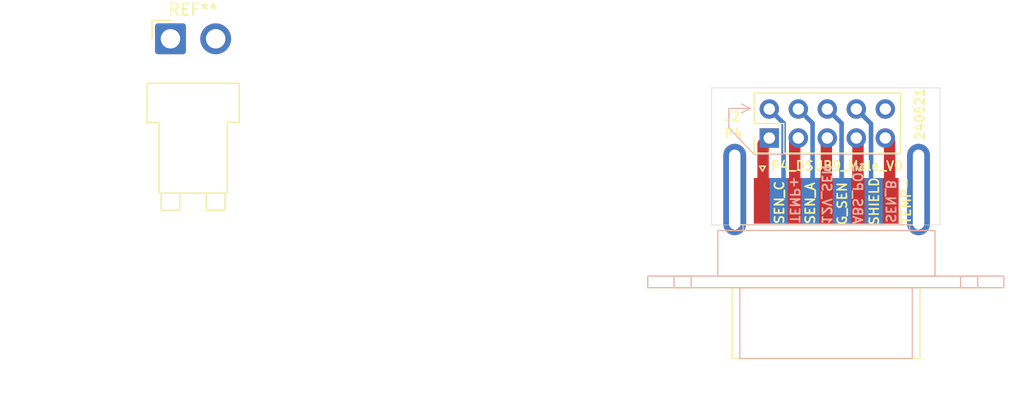
<source format=kicad_pcb>
(kicad_pcb (version 20221018) (generator pcbnew)
  (layers (0 "F.Cu" signal) (31 "B.Cu" signal) (34 "B.Paste" user) (35 "F.Paste" user) (36 "B.SilkS" user "B.Silkscreen") (37 "F.SilkS" user "F.Silkscreen") (38 "B.Mask" user) (39 "F.Mask" user) (44 "Edge.Cuts" user))
  (net 0 "")
  (net 2 "/SEN_C")
  (net 3 "/SEN_A")
  (net 4 "/GEN_SEN")
  (net 5 "/SHIELD")
  (net 6 "/TEMP-")
  (net 7 "/SEN_B")
  (net 8 "/ABS_POS")
  (net 9 "+12V")
  (net 10 "/TEMP+")
  (footprint "Connector_JST:JST_VH_B2PS-VH_1x02_P3.96mm_Horizontal" (layer "F.Cu") (at 81 65.2)
    (fp_text reference "REF**" (at 1.98 -2.55) (layer "F.SilkS"))
    (fp_text value "JST_VH_B2PS-VH_1x02_P3.96mm_Horizontal")
    (fp_line (start -2.06 3.89) (end 6.02 3.89) (stroke (width 0.12)) (layer "F.SilkS"))
    (fp_line (start -2.06 7.31) (end -2.06 3.89) (stroke (width 0.12)) (layer "F.SilkS"))
    (fp_line (start -1.61 -1.61) (end -1.61 0) (stroke (width 0.12)) (layer "F.SilkS"))
    (fp_line (start -1.01 7.31) (end -2.06 7.31) (stroke (width 0.12)) (layer "F.SilkS"))
    (fp_line (start -1.01 13.51) (end -1.01 7.31) (stroke (width 0.12)) (layer "F.SilkS"))
    (fp_line (start -0.82 13.51) (end -0.82 15.01) (stroke (width 0.12)) (layer "F.SilkS"))
    (fp_line (start -0.82 15.01) (end 0.82 15.01) (stroke (width 0.12)) (layer "F.SilkS"))
    (fp_line (start 0 -1.61) (end -1.61 -1.61) (stroke (width 0.12)) (layer "F.SilkS"))
    (fp_line (start 0.82 15.01) (end 0.82 13.51) (stroke (width 0.12)) (layer "F.SilkS"))
    (fp_line (start 3.14 13.51) (end 3.14 15.01) (stroke (width 0.12)) (layer "F.SilkS"))
    (fp_line (start 3.14 15.01) (end 4.78 15.01) (stroke (width 0.12)) (layer "F.SilkS"))
    (fp_line (start 4.78 15.01) (end 4.78 13.51) (stroke (width 0.12)) (layer "F.SilkS"))
    (fp_line (start 4.97 7.31) (end 4.97 13.51) (stroke (width 0.12)) (layer "F.SilkS"))
    (fp_line (start 4.97 13.51) (end -1.01 13.51) (stroke (width 0.12)) (layer "F.SilkS"))
    (fp_line (start 6.02 3.89) (end 6.02 7.31) (stroke (width 0.12)) (layer "F.SilkS"))
    (fp_line (start 6.02 7.31) (end 4.97 7.31) (stroke (width 0.12)) (layer "F.SilkS"))
    (pad "1" thru_hole roundrect (at 0 0) (size 2.7 2.7) (drill 1.7) (layers "*.Cu" "*.Mask") (roundrect_rratio 0.092593))
    (pad "2" thru_hole circle (at 3.96 0) (size 2.7 2.7) (drill 1.7) (layers "*.Cu" "*.Mask"))
  )
  (footprint "Connector_Dsub:DSUB-9_Male_Calendar_P2.77x2.84mm_MountingHoles3.1mm_24.99" (layer "F.Cu") (at 138.4 87)
    (fp_text reference "P4" (at -8.1 -13.5) (layer "F.SilkS") (effects (font (size 0.8 0.8))))
    (fp_text value "DE9_Receptacle_MountingHoles")
    (fp_rect (start -15.595 -1.02) (end 15.595 0) (stroke (width 0.1)) (fill none) (layer "B.SilkS"))
    (fp_rect (start -13.3 -1.02) (end -11.8 0) (stroke (width 0.1)) (fill none) (layer "B.SilkS"))
    (fp_rect (start -9.46 -5.01) (end 9.56 -1.02) (stroke (width 0.1)) (fill none) (layer "B.SilkS"))
    (fp_rect (start -7.53 0) (end 7.57 6.2) (stroke (width 0.1)) (fill none) (layer "B.SilkS"))
    (fp_rect (start -7.25 -5.51) (end 7.35 -5.01) (stroke (width 0.1)) (fill none) (layer "B.SilkS"))
    (fp_rect (start 11.8 -1.02) (end 13.3 0) (stroke (width 0.1)) (fill none) (layer "B.SilkS"))
    (fp_line (start -5.8 -10.643013) (end -5.3 -10.643013) (stroke (width 0.12)) (layer "F.SilkS"))
    (fp_line (start -5.55 -10.21) (end -5.8 -10.643013) (stroke (width 0.12)) (layer "F.SilkS"))
    (fp_line (start -5.3 -10.643013) (end -5.55 -10.21) (stroke (width 0.12)) (layer "F.SilkS"))
    (fp_rect (start -15.595 -1.02) (end 15.595 0) (stroke (width 0.1)) (fill none) (layer "F.SilkS"))
    (fp_rect (start -13.3 -1.02) (end -11.8 0) (stroke (width 0.1)) (fill none) (layer "F.SilkS"))
    (fp_rect (start -9.46 -5.01) (end 9.56 -1.02) (stroke (width 0.1)) (fill none) (layer "F.SilkS"))
    (fp_rect (start -8.21 0) (end 8.25 6.2) (stroke (width 0.1)) (fill none) (layer "F.SilkS"))
    (fp_rect (start -7.95 -5.51) (end 8.05 -5.01) (stroke (width 0.1)) (fill none) (layer "F.SilkS"))
    (fp_rect (start 11.8 -1.02) (end 13.3 0) (stroke (width 0.1)) (fill none) (layer "F.SilkS"))
    (pad "0" thru_hole oval (at -7.98 -8.6) (size 2 8) (drill oval 1 7) (layers "*.Cu" "*.Mask"))
    (pad "0" thru_hole oval (at 8.12 -8.6) (size 2 8) (drill oval 1 7) (layers "*.Cu" "*.Mask"))
    (pad "1" smd rect (at -5.505 -7.61) (size 1.6 4) (layers "F.Cu" "F.Paste" "F.Mask") (net 2 "/SEN_C"))
    (pad "2" smd rect (at -2.735 -7.61) (size 1.6 4) (layers "F.Cu" "F.Paste" "F.Mask") (net 3 "/SEN_A"))
    (pad "3" smd rect (at 0.035 -7.61) (size 1.6 4) (layers "F.Cu" "F.Paste" "F.Mask") (net 4 "/GEN_SEN"))
    (pad "4" smd rect (at 2.805 -7.61) (size 1.6 4) (layers "F.Cu" "F.Paste" "F.Mask") (net 5 "/SHIELD"))
    (pad "5" smd rect (at 5.575 -7.61) (size 1.6 4) (layers "F.Cu" "F.Paste" "F.Mask") (net 6 "/TEMP-"))
    (pad "6" smd rect (at -4.12 -7.61) (size 1.6 4) (layers "B.Cu" "B.Paste" "B.Mask") (net 7 "/SEN_B"))
    (pad "7" smd rect (at -1.35 -7.61) (size 1.6 4) (layers "B.Cu" "B.Paste" "B.Mask") (net 8 "/ABS_POS"))
    (pad "8" smd rect (at 1.42 -7.61) (size 1.6 4) (layers "B.Cu" "B.Paste" "B.Mask") (net 9 "+12V"))
    (pad "9" smd rect (at 4.19 -7.61) (size 1.6 4) (layers "B.Cu" "B.Paste" "B.Mask") (net 10 "/TEMP+"))
  )
  (footprint "Connector_PinSocket_2.54mm:PinSocket_2x05_P2.54mm_Row" (layer "F.Cu") (at 133.45 71.35 90)
    (fp_text reference "J2" (at -0.65 -3.25 180) (layer "F.SilkS") (effects (font (size 0.8 0.8))))
    (fp_text value "Conn_2Rows-09Pins")
    (fp_line (start -3.87 -1.33) (end -3.87 0) (stroke (width 0.12)) (layer "F.SilkS"))
    (fp_line (start -3.87 1.27) (end -3.87 11.49) (stroke (width 0.12)) (layer "F.SilkS"))
    (fp_line (start -3.87 1.27) (end -1.27 1.27) (stroke (width 0.12)) (layer "F.SilkS"))
    (fp_line (start -3.87 11.49) (end 1.33 11.49) (stroke (width 0.12)) (layer "F.SilkS"))
    (fp_line (start -3.865 -1.33) (end -2.535 -1.33) (stroke (width 0.12)) (layer "F.SilkS"))
    (fp_line (start -1.27 -1.33) (end -1.27 1.27) (stroke (width 0.12)) (layer "F.SilkS"))
    (fp_line (start -1.2 -1.33) (end 1.4 -1.33) (stroke (width 0.12)) (layer "F.SilkS"))
    (fp_line (start 1.4 -1.33) (end 1.4 11.49) (stroke (width 0.12)) (layer "F.SilkS"))
    (pad "1" thru_hole rect (at -2.54 0 90) (size 1.7 1.7) (drill 1) (layers "*.Cu" "*.Mask") (net 2 "/SEN_C"))
    (pad "2" thru_hole oval (at -2.54 2.54 90) (size 1.7 1.7) (drill 1) (layers "*.Cu" "*.Mask") (net 3 "/SEN_A"))
    (pad "3" thru_hole oval (at -2.54 5.08 90) (size 1.7 1.7) (drill 1) (layers "*.Cu" "*.Mask") (net 4 "/GEN_SEN"))
    (pad "4" thru_hole oval (at -2.54 7.62 90) (size 1.7 1.7) (drill 1) (layers "*.Cu" "*.Mask") (net 5 "/SHIELD"))
    (pad "5" thru_hole oval (at -2.54 10.16 90) (size 1.7 1.7) (drill 1) (layers "*.Cu" "*.Mask") (net 6 "/TEMP-"))
    (pad "6" thru_hole circle (at 0 0 90) (size 1.7 1.7) (drill 1) (layers "*.Cu" "*.Mask") (net 7 "/SEN_B"))
    (pad "7" thru_hole oval (at 0 2.54 90) (size 1.7 1.7) (drill 1) (layers "*.Cu" "*.Mask") (net 8 "/ABS_POS"))
    (pad "8" thru_hole oval (at 0 5.08 90) (size 1.7 1.7) (drill 1) (layers "*.Cu" "*.Mask") (net 9 "+12V"))
    (pad "9" thru_hole oval (at 0 7.62 90) (size 1.7 1.7) (drill 1) (layers "*.Cu" "*.Mask") (net 10 "/TEMP+"))
    (pad "10" thru_hole oval (at 0 10.16 90) (size 1.7 1.7) (drill 1) (layers "*.Cu" "*.Mask"))
  )
  (gr_line (start 131.8 71.3) (end 131 71.7) (stroke (width 0.1)) (layer "B.SilkS"))
  (gr_line (start 144.7 75.3) (end 132.1 75.3) (stroke (width 0.1)) (layer "B.SilkS"))
  (gr_line (start 131.8 71.3) (end 131 70.9) (stroke (width 0.1)) (layer "B.SilkS"))
  (gr_line (start 129.9 71.3) (end 131.8 71.3) (stroke (width 0.1)) (layer "B.SilkS"))
  (gr_line (start 132.1 75.3) (end 129.9 73) (stroke (width 0.1)) (layer "B.SilkS"))
  (gr_line (start 129.9 71.3) (end 129.9 73) (stroke (width 0.1)) (layer "B.SilkS"))
  (gr_rect (start 128.4 69.5) (end 148.4 81.5) (stroke (width 0.05)) (fill none) (layer "Edge.Cuts"))
  (gr_text "SEN_B" (at 143.6 81.4 270) (layer "B.SilkS") (effects (font (size 0.8 0.8) (thickness 0.15) bold) (justify left bottom mirror)))
  (gr_text "ABS_POS" (at 140.7 81.5 270) (layer "B.SilkS") (effects (font (size 0.8 0.8) (thickness 0.15) bold) (justify left bottom mirror)))
  (gr_text "TEMP+" (at 135.2 81.4 270) (layer "B.SilkS") (effects (font (size 0.8 0.8) (thickness 0.15) bold) (justify left bottom mirror)))
  (gr_text "12V_SEN" (at 138 81.5 270) (layer "B.SilkS") (effects (font (size 0.8 0.8) (thickness 0.15) bold) (justify left bottom mirror)))
  (gr_text "TEMP-" (at 145.9 81.5 90) (layer "F.SilkS") (effects (font (size 0.8 0.8) (thickness 0.15) bold) (justify left bottom)))
  (gr_text "SHIELD" (at 143.1 81.6 90) (layer "F.SilkS") (effects (font (size 0.8 0.8) (thickness 0.15) bold) (justify left bottom)))
  (gr_text "SEN_C" (at 134.8 81.5 90) (layer "F.SilkS") (effects (font (size 0.8 0.8) (thickness 0.15) bold) (justify left bottom)))
  (gr_text "G_SEN" (at 140.3 81.6 90) (layer "F.SilkS") (effects (font (size 0.8 0.8) (thickness 0.15) bold) (justify left bottom)))
  (gr_text "P4_DSUB9_Male_V0" (at 133.5 76.8) (layer "F.SilkS") (effects (font (size 0.8 0.8) (thickness 0.15) bold) (justify left bottom)))
  (gr_text "240621" (at 147.1 74.2 90) (layer "F.SilkS") (effects (font (size 0.8 0.8) (thickness 0.15) bold) (justify left bottom)))
  (gr_text "SEN_A" (at 137.5 81.5 90) (layer "F.SilkS") (effects (font (size 0.8 0.8) (thickness 0.15) bold) (justify left bottom)))
  (segment (start 132.905 79.539669) (end 132.905 74.435) (width 1) (layer "F.Cu") (net 2))
  (segment (start 132.905 74.435) (end 133.45 73.89) (width 1) (layer "F.Cu") (net 2))
  (segment (start 135.675 74.205) (end 135.99 73.89) (width 1) (layer "F.Cu") (net 3))
  (segment (start 135.675 79.539669) (end 135.675 74.205) (width 1) (layer "F.Cu") (net 3))
  (segment (start 138.445 79.539669) (end 138.445 73.975) (width 1) (layer "F.Cu") (net 4))
  (segment (start 138.445 73.975) (end 138.53 73.89) (width 1) (layer "F.Cu") (net 4))
  (segment (start 141.215 79.539669) (end 141.215 74.035) (width 1) (layer "F.Cu") (net 5))
  (segment (start 141.215 74.035) (end 141.07 73.89) (width 1) (layer "F.Cu") (net 5))
  (segment (start 143.985 79.539669) (end 143.985 74.265) (width 1) (layer "F.Cu") (net 6))
  (segment (start 143.985 74.265) (end 143.61 73.89) (width 1) (layer "F.Cu") (net 6))
  (segment (start 134.7 79.129669) (end 134.7 72.6) (width 0.4) (layer "B.Cu") (net 7))
  (segment (start 134.7 72.6) (end 133.45 71.35) (width 0.4) (layer "B.Cu") (net 7))
  (segment (start 134.29 79.539669) (end 134.7 79.129669) (width 0.4) (layer "B.Cu") (net 7))
  (segment (start 137.06 79.539669) (end 137.24 79.359669) (width 0.4) (layer "B.Cu") (net 8))
  (segment (start 137.24 72.6) (end 135.99 71.35) (width 0.4) (layer "B.Cu") (net 8))
  (segment (start 137.24 79.359669) (end 137.24 72.6) (width 0.4) (layer "B.Cu") (net 8))
  (segment (start 139.78 72.6) (end 138.53 71.35) (width 0.4) (layer "B.Cu") (net 9))
  (segment (start 139.83 79.539669) (end 139.78 79.489669) (width 0.4) (layer "B.Cu") (net 9))
  (segment (start 139.78 79.489669) (end 139.78 72.6) (width 0.4) (layer "B.Cu") (net 9))
  (segment (start 142.6 79.539669) (end 142.36 79.299669) (width 0.4) (layer "B.Cu") (net 10))
  (segment (start 142.36 72.64) (end 141.07 71.35) (width 0.4) (layer "B.Cu") (net 10))
  (segment (start 142.36 79.299669) (end 142.36 72.64) (width 0.4) (layer "B.Cu") (net 10))
)
</source>
